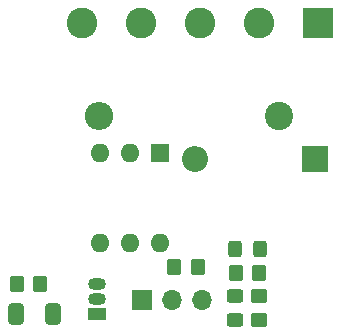
<source format=gbr>
%TF.GenerationSoftware,KiCad,Pcbnew,7.0.6-1.fc38*%
%TF.CreationDate,2023-08-14T17:52:24+02:00*%
%TF.ProjectId,220V_OPTO_SWITCH,32323056-5f4f-4505-944f-5f5357495443,rev?*%
%TF.SameCoordinates,Original*%
%TF.FileFunction,Soldermask,Top*%
%TF.FilePolarity,Negative*%
%FSLAX46Y46*%
G04 Gerber Fmt 4.6, Leading zero omitted, Abs format (unit mm)*
G04 Created by KiCad (PCBNEW 7.0.6-1.fc38) date 2023-08-14 17:52:24*
%MOMM*%
%LPD*%
G01*
G04 APERTURE LIST*
G04 Aperture macros list*
%AMRoundRect*
0 Rectangle with rounded corners*
0 $1 Rounding radius*
0 $2 $3 $4 $5 $6 $7 $8 $9 X,Y pos of 4 corners*
0 Add a 4 corners polygon primitive as box body*
4,1,4,$2,$3,$4,$5,$6,$7,$8,$9,$2,$3,0*
0 Add four circle primitives for the rounded corners*
1,1,$1+$1,$2,$3*
1,1,$1+$1,$4,$5*
1,1,$1+$1,$6,$7*
1,1,$1+$1,$8,$9*
0 Add four rect primitives between the rounded corners*
20,1,$1+$1,$2,$3,$4,$5,0*
20,1,$1+$1,$4,$5,$6,$7,0*
20,1,$1+$1,$6,$7,$8,$9,0*
20,1,$1+$1,$8,$9,$2,$3,0*%
G04 Aperture macros list end*
%ADD10R,1.600000X1.600000*%
%ADD11O,1.600000X1.600000*%
%ADD12RoundRect,0.250000X0.350000X0.450000X-0.350000X0.450000X-0.350000X-0.450000X0.350000X-0.450000X0*%
%ADD13RoundRect,0.250000X-0.450000X0.350000X-0.450000X-0.350000X0.450000X-0.350000X0.450000X0.350000X0*%
%ADD14RoundRect,0.250000X-0.350000X-0.450000X0.350000X-0.450000X0.350000X0.450000X-0.350000X0.450000X0*%
%ADD15C,2.400000*%
%ADD16O,2.400000X2.400000*%
%ADD17R,1.500000X1.050000*%
%ADD18O,1.500000X1.050000*%
%ADD19R,1.700000X1.700000*%
%ADD20O,1.700000X1.700000*%
%ADD21R,2.600000X2.600000*%
%ADD22C,2.600000*%
%ADD23RoundRect,0.250000X0.325000X0.450000X-0.325000X0.450000X-0.325000X-0.450000X0.325000X-0.450000X0*%
%ADD24RoundRect,0.250000X-0.450000X0.325000X-0.450000X-0.325000X0.450000X-0.325000X0.450000X0.325000X0*%
%ADD25R,2.200000X2.200000*%
%ADD26O,2.200000X2.200000*%
%ADD27RoundRect,0.250000X-0.412500X-0.650000X0.412500X-0.650000X0.412500X0.650000X-0.412500X0.650000X0*%
G04 APERTURE END LIST*
D10*
%TO.C,U1*%
X95631000Y-79375000D03*
D11*
X93091000Y-79375000D03*
X90551000Y-79375000D03*
X90551000Y-86995000D03*
X93091000Y-86995000D03*
X95631000Y-86995000D03*
%TD*%
D12*
%TO.C,R5*%
X104013000Y-89535000D03*
X102013000Y-89535000D03*
%TD*%
D13*
%TO.C,R4*%
X104013000Y-91472000D03*
X104013000Y-93472000D03*
%TD*%
D12*
%TO.C,R3*%
X85455000Y-90424000D03*
X83455000Y-90424000D03*
%TD*%
D14*
%TO.C,R2*%
X96790000Y-89027000D03*
X98790000Y-89027000D03*
%TD*%
D15*
%TO.C,R1*%
X105664000Y-76200000D03*
D16*
X90424000Y-76200000D03*
%TD*%
D17*
%TO.C,Q1*%
X90297000Y-92964000D03*
D18*
X90297000Y-91694000D03*
X90297000Y-90424000D03*
%TD*%
D19*
%TO.C,J2*%
X94107000Y-91821000D03*
D20*
X96647000Y-91821000D03*
X99187000Y-91821000D03*
%TD*%
D21*
%TO.C,J1*%
X109013000Y-68326000D03*
D22*
X104013000Y-68326000D03*
X99013000Y-68326000D03*
X94013000Y-68326000D03*
X89013000Y-68326000D03*
%TD*%
D23*
%TO.C,D3*%
X104031000Y-87503000D03*
X101981000Y-87503000D03*
%TD*%
D24*
%TO.C,D2*%
X101981000Y-91431000D03*
X101981000Y-93481000D03*
%TD*%
D25*
%TO.C,D1*%
X108712000Y-79883000D03*
D26*
X98552000Y-79883000D03*
%TD*%
D27*
%TO.C,C1*%
X83400500Y-92964000D03*
X86525500Y-92964000D03*
%TD*%
M02*

</source>
